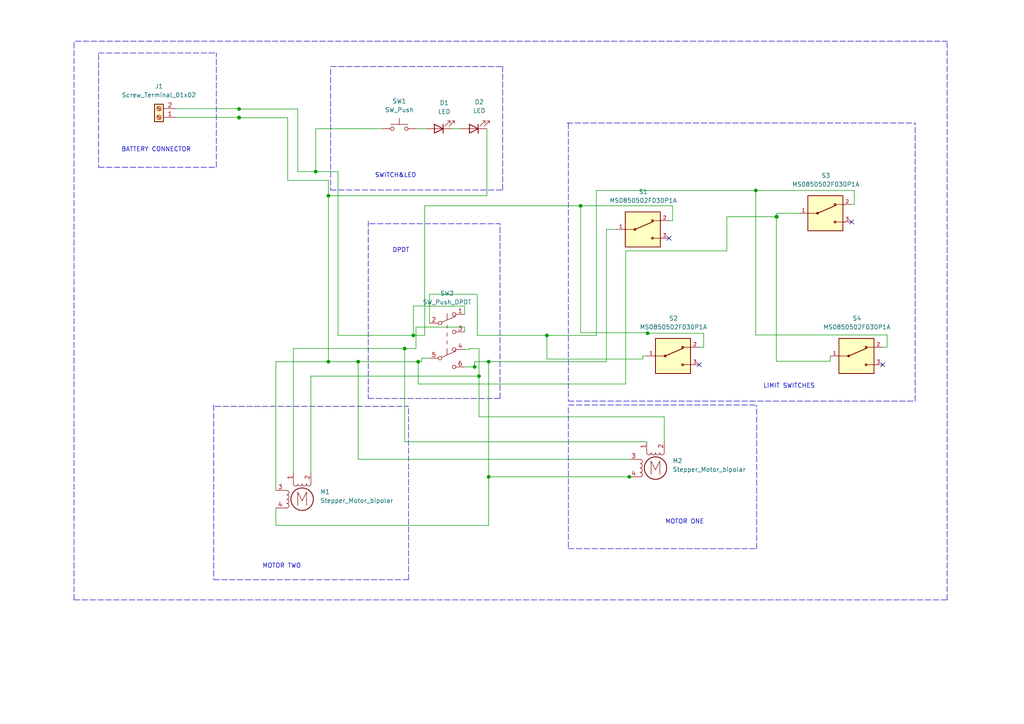
<source format=kicad_sch>
(kicad_sch (version 20211123) (generator eeschema)
  (paper "A4")
  (lib_symbols
    (symbol "Connector:Screw_Terminal_01x02" (pin_names (offset 1.016) hide)
      (property "Reference" "J" (at 0 2.54 0))
      (property "Value" "Screw_Terminal_01x02" (at 0 -5.08 0))
      (symbol "Screw_Terminal_01x02_1_1"
        (rectangle (start -1.27 1.27) (end 1.27 -3.81) (stroke (width 0.254)) (fill (type background)))
        (circle (center 0 -2.54) (radius 0.635) (stroke (width 0.1524)))
        (polyline (pts (xy -0.5334 -2.2098) (xy 0.3302 -3.048)) (stroke (width 0.1524)))
        (polyline (pts (xy -0.5334 0.3302) (xy 0.3302 -0.508)) (stroke (width 0.1524)))
        (polyline (pts (xy -0.3556 -2.032) (xy 0.508 -2.8702)) (stroke (width 0.1524)))
        (polyline (pts (xy -0.3556 0.508) (xy 0.508 -0.3302)) (stroke (width 0.1524)))
        (circle (center 0 0) (radius 0.635) (stroke (width 0.1524)))
        (pin passive line (at -5.08 0 0) (length 3.81) (name "Pin_1") (number "1"))
        (pin passive line (at -5.08 -2.54 0) (length 3.81) (name "Pin_2") (number "2"))
      )
    )
    (symbol "Device:LED" (pin_numbers hide) (pin_names (offset 1.016) hide)
      (property "Reference" "D" (at 0 2.54 0))
      (property "Value" "LED" (at 0 -2.54 0))
      (symbol "LED_0_1"
        (polyline (pts (xy -1.27 -1.27) (xy -1.27 1.27)) (stroke (width 0.254)))
        (polyline (pts (xy -1.27 0) (xy 1.27 0)))
        (polyline (pts (xy 1.27 -1.27) (xy 1.27 1.27) (xy -1.27 0) (xy 1.27 -1.27)) (stroke (width 0.254)))
        (polyline (pts (xy -3.048 -0.762) (xy -4.572 -2.286) (xy -3.81 -2.286) (xy -4.572 -2.286) (xy -4.572 -1.524)))
        (polyline (pts (xy -1.778 -0.762) (xy -3.302 -2.286) (xy -2.54 -2.286) (xy -3.302 -2.286) (xy -3.302 -1.524)))
      )
      (symbol "LED_1_1"
        (pin passive line (at -3.81 0 0) (length 2.54) (name "K") (number "1"))
        (pin passive line (at 3.81 0 180) (length 2.54) (name "A") (number "2"))
      )
    )
    (symbol "MS0850502F030P1A:MS0850502F030P1A" (pin_names (offset 1.016))
      (property "Reference" "S" (at -5.0923 5.6015 0))
      (property "Value" "MS0850502F030P1A" (at -5.0887 -7.633 0))
      (symbol "MS0850502F030P1A_0_0"
        (rectangle (start -5.08 -5.08) (end 5.08 5.08) (stroke (width 0.254)) (fill (type background)))
        (circle (center -2.286 0) (radius 0.254) (stroke (width 0.254)))
        (polyline (pts (xy -2.286 0) (xy -5.334 0)) (stroke (width 0.1524)))
        (polyline (pts (xy -2.286 0) (xy 3.048 2.286)) (stroke (width 0.254)))
        (polyline (pts (xy 3.048 -2.54) (xy 5.588 -2.54)) (stroke (width 0.1524)))
        (polyline (pts (xy 3.048 2.54) (xy 5.588 2.54)) (stroke (width 0.1524)))
        (circle (center 2.794 -2.54) (radius 0.254) (stroke (width 0.254)))
        (circle (center 2.794 2.54) (radius 0.254) (stroke (width 0.254)))
        (pin passive line (at -7.62 0 0) (length 2.54) (name "~") (number "1"))
        (pin passive line (at 7.62 2.54 180) (length 2.54) (name "~") (number "2"))
        (pin passive line (at 7.62 -2.54 180) (length 2.54) (name "~") (number "3"))
      )
    )
    (symbol "Motor:Stepper_Motor_bipolar" (pin_names (offset 0) hide)
      (property "Reference" "M" (at 3.81 2.54 0))
      (property "Value" "Stepper_Motor_bipolar" (at 3.81 1.27 0))
      (symbol "Stepper_Motor_bipolar_0_0"
        (polyline (pts (xy -1.27 -1.778) (xy -1.27 2.032) (xy 0 -0.508) (xy 1.27 2.032) (xy 1.27 -1.778)))
      )
      (symbol "Stepper_Motor_bipolar_0_1"
        (arc (start -4.445 -2.54) (mid -3.81 -1.905) (end -4.445 -1.27))
        (arc (start -4.445 -1.27) (mid -3.81 -0.635) (end -4.445 0))
        (arc (start -4.445 0) (mid -3.81 0.635) (end -4.445 1.27))
        (arc (start -4.445 1.27) (mid -3.81 1.905) (end -4.445 2.54))
        (arc (start -2.54 4.445) (mid -1.905 3.81) (end -1.27 4.445))
        (arc (start -1.27 4.445) (mid -0.635 3.81) (end 0 4.445))
        (polyline (pts (xy -5.08 -2.54) (xy -4.445 -2.54)))
        (polyline (pts (xy -5.08 2.54) (xy -4.445 2.54)))
        (polyline (pts (xy -2.54 5.08) (xy -2.54 4.445)))
        (polyline (pts (xy 2.54 5.08) (xy 2.54 4.445)))
        (circle (center 0 0) (radius 3.2512) (stroke (width 0.254)))
        (arc (start 0 4.445) (mid 0.635 3.81) (end 1.27 4.445))
        (arc (start 1.27 4.445) (mid 1.905 3.81) (end 2.54 4.445))
      )
      (symbol "Stepper_Motor_bipolar_1_1"
        (pin passive line (at -2.54 7.62 270) (length 2.54) (name "~") (number "1"))
        (pin passive line (at 2.54 7.62 270) (length 2.54) (name "-") (number "2"))
        (pin passive line (at -7.62 2.54 0) (length 2.54) (name "~") (number "3"))
        (pin passive line (at -7.62 -2.54 0) (length 2.54) (name "~") (number "4"))
      )
    )
    (symbol "Switch:SW_Push" (pin_numbers hide) (pin_names (offset 1.016) hide)
      (property "Reference" "SW" (at 1.27 2.54 0))
      (property "Value" "SW_Push" (at 0 -1.524 0))
      (symbol "SW_Push_0_1"
        (circle (center -2.032 0) (radius 0.508))
        (polyline (pts (xy 0 1.27) (xy 0 3.048)))
        (polyline (pts (xy 2.54 1.27) (xy -2.54 1.27)))
        (circle (center 2.032 0) (radius 0.508))
        (pin passive line (at -5.08 0 0) (length 2.54) (name "1") (number "1"))
        (pin passive line (at 5.08 0 180) (length 2.54) (name "2") (number "2"))
      )
    )
    (symbol "Switch:SW_Push_DPDT" (pin_names (offset 0) hide)
      (property "Reference" "SW" (at 0 8.89 0))
      (property "Value" "SW_Push_DPDT" (at 0 -10.16 0))
      (symbol "SW_Push_DPDT_0_0"
        (circle (center -2.032 -5.08) (radius 0.508))
        (circle (center -2.032 5.08) (radius 0.508))
        (circle (center 2.032 -7.62) (radius 0.508))
        (circle (center 2.032 2.54) (radius 0.508))
      )
      (symbol "SW_Push_DPDT_0_1"
        (polyline (pts (xy -1.524 -4.826) (xy 2.54 -3.048)))
        (polyline (pts (xy -1.524 5.334) (xy 2.54 7.112)))
        (polyline (pts (xy 0 -2.286) (xy 0 -4.064)))
        (polyline (pts (xy 0 -1.016) (xy 0 0)))
        (polyline (pts (xy 0 1.27) (xy 0 2.286)))
        (polyline (pts (xy 0 3.556) (xy 0 4.572)))
        (polyline (pts (xy 0 7.874) (xy 0 6.096)))
        (circle (center 2.032 -2.54) (radius 0.508))
        (circle (center 2.032 7.62) (radius 0.508))
      )
      (symbol "SW_Push_DPDT_1_1"
        (pin passive line (at 5.08 7.62 180) (length 2.54) (name "A") (number "1"))
        (pin passive line (at -5.08 5.08 0) (length 2.54) (name "B") (number "2"))
        (pin passive line (at 5.08 2.54 180) (length 2.54) (name "C") (number "3"))
        (pin passive line (at 5.08 -2.54 180) (length 2.54) (name "A") (number "4"))
        (pin passive line (at -5.08 -5.08 0) (length 2.54) (name "B") (number "5"))
        (pin passive line (at 5.08 -7.62 180) (length 2.54) (name "C") (number "6"))
      )
    )
  )
  (junction (at 95.25 56.769))
  (junction (at 69.342 34.036))
  (junction (at 119.888 97.282))
  (junction (at 158.623 97.282))
  (junction (at 117.348 101.092))
  (junction (at 141.732 104.902))
  (junction (at 91.567 49.784))
  (junction (at 69.342 31.623))
  (junction (at 141.732 138.303))
  (junction (at 137.668 106.426))
  (junction (at 168.402 59.69))
  (junction (at 219.202 55.245))
  (junction (at 225.298 62.865))
  (junction (at 225.171 62.865))
  (junction (at 187.833 96.647))
  (junction (at 121.285 104.902))
  (junction (at 138.938 109.093))
  (junction (at 95.25 104.902))
  (junction (at 103.886 104.902))
  (junction (at 69.342 34.163))
  (junction (at 182.499 138.303))
  (no_connect (at 256.032 105.791))
  (no_connect (at 202.819 105.791))
  (no_connect (at 247.015 64.389))
  (no_connect (at 194.056 69.088))
  (polyline (pts (xy 21.463 12.319) (xy 21.463 173.99)))
  (wire (pts (xy 86.36 31.623) (xy 86.36 49.784)))
  (wire (pts (xy 138.43 97.282) (xy 158.623 97.282)))
  (wire (pts (xy 168.402 59.69) (xy 123.19 59.69)))
  (polyline (pts (xy 106.807 64.135) (xy 106.807 115.57)))
  (polyline (pts (xy 61.976 117.475) (xy 61.976 168.148)))
  (wire (pts (xy 85.09 101.092) (xy 85.09 137.16)))
  (wire (pts (xy 247.015 59.309) (xy 247.777 59.309)))
  (polyline (pts (xy 164.846 118.237) (xy 164.846 159.131)))
  (polyline (pts (xy 145.796 55.118) (xy 145.796 19.304)))
  (polyline (pts (xy 265.43 116.332) (xy 265.43 35.687)))
  (polyline (pts (xy 28.575 48.514) (xy 62.738 48.514)))
  (wire (pts (xy 91.567 49.784) (xy 91.567 37.338)))
  (wire (pts (xy 90.17 137.16) (xy 90.17 109.093)))
  (wire (pts (xy 131.064 37.338) (xy 133.604 37.338)))
  (wire (pts (xy 210.82 72.771) (xy 210.82 62.865)))
  (wire (pts (xy 257.302 100.711) (xy 256.032 100.711)))
  (wire (pts (xy 172.974 97.282) (xy 172.974 55.245)))
  (polyline (pts (xy 95.885 20.066) (xy 95.885 55.118)))
  (polyline (pts (xy 28.575 15.748) (xy 28.575 48.514)))
  (wire (pts (xy 98.044 49.784) (xy 98.044 97.282)))
  (polyline (pts (xy 95.885 19.304) (xy 145.796 19.304)))
  (polyline (pts (xy 164.846 117.475) (xy 219.456 117.475)))
  (polyline (pts (xy 21.463 173.99) (xy 274.701 173.99)))
  (wire (pts (xy 182.499 138.303) (xy 182.626 138.303)))
  (wire (pts (xy 134.747 106.426) (xy 137.668 106.426)))
  (polyline (pts (xy 21.844 11.938) (xy 274.701 11.938)))
  (wire (pts (xy 168.402 96.52) (xy 168.402 59.69)))
  (polyline (pts (xy 164.846 116.332) (xy 265.43 116.332)))
  (polyline (pts (xy 274.701 173.99) (xy 274.701 11.938)))
  (polyline (pts (xy 145.034 115.57) (xy 145.034 64.897)))
  (wire (pts (xy 168.402 59.69) (xy 195.072 59.69)))
  (wire (pts (xy 134.747 101.346) (xy 136.144 101.346)))
  (wire (pts (xy 195.072 64.008) (xy 194.056 64.008)))
  (wire (pts (xy 247.777 55.245) (xy 247.777 59.309)))
  (wire (pts (xy 219.202 97.155) (xy 257.302 97.155)))
  (wire (pts (xy 91.567 37.338) (xy 110.744 37.338)))
  (wire (pts (xy 210.82 62.865) (xy 225.171 62.865)))
  (wire (pts (xy 117.348 101.092) (xy 117.348 128.143)))
  (wire (pts (xy 141.224 56.769) (xy 141.224 37.338)))
  (wire (pts (xy 90.17 109.093) (xy 138.938 109.093)))
  (wire (pts (xy 95.25 104.902) (xy 103.886 104.902)))
  (wire (pts (xy 120.65 94.869) (xy 134.747 94.869)))
  (wire (pts (xy 119.888 88.773) (xy 119.888 97.282)))
  (wire (pts (xy 51.181 34.036) (xy 69.342 34.036)))
  (wire (pts (xy 103.886 104.902) (xy 103.886 133.223)))
  (wire (pts (xy 120.904 37.338) (xy 123.444 37.338)))
  (wire (pts (xy 187.833 96.52) (xy 187.833 96.647)))
  (wire (pts (xy 123.19 59.69) (xy 123.19 97.282)))
  (polyline (pts (xy 118.491 168.148) (xy 118.491 117.856)))
  (polyline (pts (xy 62.357 117.856) (xy 118.491 117.856)))
  (wire (pts (xy 134.747 94.869) (xy 134.747 96.266)))
  (polyline (pts (xy 61.976 168.148) (xy 118.491 168.148)))
  (wire (pts (xy 136.144 101.346) (xy 136.144 101.092)))
  (wire (pts (xy 141.732 152.4) (xy 141.732 138.303)))
  (wire (pts (xy 138.938 109.093) (xy 138.938 120.904)))
  (wire (pts (xy 219.202 55.245) (xy 247.777 55.245)))
  (wire (pts (xy 192.659 128.143) (xy 192.659 120.904)))
  (wire (pts (xy 69.342 31.496) (xy 69.342 31.623)))
  (polyline (pts (xy 106.807 115.57) (xy 145.034 115.57)))
  (wire (pts (xy 80.01 142.24) (xy 80.01 104.902)))
  (wire (pts (xy 69.342 31.623) (xy 86.36 31.623)))
  (wire (pts (xy 141.732 138.303) (xy 182.499 138.303)))
  (wire (pts (xy 158.623 97.282) (xy 172.974 97.282)))
  (wire (pts (xy 187.833 96.647) (xy 204.089 96.647)))
  (wire (pts (xy 121.285 104.902) (xy 122.301 104.902)))
  (wire (pts (xy 121.285 111.379) (xy 181.483 111.379)))
  (polyline (pts (xy 95.885 55.118) (xy 145.796 55.118)))
  (wire (pts (xy 83.439 34.163) (xy 83.439 52.324)))
  (wire (pts (xy 122.301 104.902) (xy 122.301 103.886)))
  (polyline (pts (xy 164.846 159.131) (xy 219.456 159.131)))
  (wire (pts (xy 204.089 96.647) (xy 204.089 100.711)))
  (polyline (pts (xy 164.846 35.687) (xy 164.846 116.332)))
  (wire (pts (xy 124.587 93.726) (xy 124.587 85.344)))
  (wire (pts (xy 117.348 101.092) (xy 85.09 101.092)))
  (wire (pts (xy 91.567 49.784) (xy 98.044 49.784)))
  (wire (pts (xy 219.202 97.155) (xy 219.202 55.245)))
  (wire (pts (xy 138.938 101.092) (xy 138.938 109.093)))
  (polyline (pts (xy 28.575 15.367) (xy 62.738 15.367)))
  (wire (pts (xy 225.298 61.849) (xy 231.775 61.849)))
  (wire (pts (xy 192.659 120.904) (xy 138.938 120.904)))
  (wire (pts (xy 257.302 97.155) (xy 257.302 100.711)))
  (wire (pts (xy 225.171 62.865) (xy 225.298 62.865)))
  (wire (pts (xy 186.436 103.251) (xy 187.579 103.251)))
  (wire (pts (xy 95.25 52.324) (xy 95.25 56.769)))
  (wire (pts (xy 122.301 103.886) (xy 124.587 103.886)))
  (polyline (pts (xy 62.738 48.514) (xy 62.738 15.367)))
  (wire (pts (xy 51.181 31.496) (xy 69.342 31.496)))
  (wire (pts (xy 186.436 104.14) (xy 186.436 103.251)))
  (wire (pts (xy 158.623 104.14) (xy 158.623 97.282)))
  (wire (pts (xy 225.171 104.775) (xy 225.171 62.865)))
  (wire (pts (xy 69.342 34.036) (xy 69.342 34.163)))
  (wire (pts (xy 138.43 85.344) (xy 138.43 97.282)))
  (wire (pts (xy 117.348 101.092) (xy 120.65 101.092)))
  (wire (pts (xy 225.298 62.865) (xy 225.298 61.849)))
  (wire (pts (xy 69.342 34.163) (xy 83.439 34.163)))
  (wire (pts (xy 124.587 85.344) (xy 138.43 85.344)))
  (polyline (pts (xy 164.465 35.687) (xy 265.43 35.687)))
  (wire (pts (xy 119.888 97.282) (xy 123.19 97.282)))
  (wire (pts (xy 137.668 104.902) (xy 137.668 106.426)))
  (wire (pts (xy 181.483 111.379) (xy 181.483 72.771)))
  (wire (pts (xy 134.747 91.186) (xy 134.747 88.773)))
  (wire (pts (xy 168.402 96.52) (xy 187.833 96.52)))
  (wire (pts (xy 119.888 88.773) (xy 134.747 88.773)))
  (wire (pts (xy 80.01 147.32) (xy 80.01 152.4)))
  (wire (pts (xy 137.668 106.426) (xy 137.668 106.553)))
  (wire (pts (xy 136.144 101.092) (xy 138.938 101.092)))
  (polyline (pts (xy 107.188 64.897) (xy 145.034 64.897)))
  (wire (pts (xy 195.072 59.69) (xy 195.072 64.008)))
  (wire (pts (xy 175.895 66.548) (xy 178.816 66.548)))
  (wire (pts (xy 172.974 55.245) (xy 219.202 55.245)))
  (wire (pts (xy 86.36 49.784) (xy 91.567 49.784)))
  (wire (pts (xy 158.623 104.14) (xy 186.436 104.14)))
  (wire (pts (xy 103.886 104.902) (xy 121.285 104.902)))
  (polyline (pts (xy 219.456 159.131) (xy 219.456 117.475)))
  (wire (pts (xy 141.732 104.902) (xy 175.895 104.902)))
  (wire (pts (xy 175.895 66.548) (xy 175.895 104.902)))
  (wire (pts (xy 120.65 101.092) (xy 120.65 94.869)))
  (wire (pts (xy 95.25 56.769) (xy 95.25 104.902)))
  (wire (pts (xy 141.732 138.303) (xy 141.732 104.902)))
  (wire (pts (xy 95.25 56.769) (xy 141.224 56.769)))
  (wire (pts (xy 80.01 104.902) (xy 95.25 104.902)))
  (wire (pts (xy 181.483 72.771) (xy 210.82 72.771)))
  (wire (pts (xy 182.499 133.223) (xy 103.886 133.223)))
  (wire (pts (xy 137.668 104.902) (xy 141.732 104.902)))
  (wire (pts (xy 83.439 52.324) (xy 95.25 52.324)))
  (wire (pts (xy 117.348 128.143) (xy 187.579 128.143)))
  (wire (pts (xy 202.819 100.711) (xy 204.089 100.711)))
  (wire (pts (xy 80.01 152.4) (xy 141.732 152.4)))
  (wire (pts (xy 240.792 103.251) (xy 240.792 104.775)))
  (wire (pts (xy 121.285 111.379) (xy 121.285 104.902)))
  (wire (pts (xy 98.044 97.282) (xy 119.888 97.282)))
  (wire (pts (xy 225.171 104.775) (xy 240.792 104.775)))
  (text "DPDT" (at 113.792 73.406 0) (effects (font (size 1.27 1.27)) (justify left bottom)))
  (text "SWITCH&LED" (at 108.712 51.689 0) (effects (font (size 1.27 1.27)) (justify left bottom)))
  (text "MOTOR TWO" (at 76.073 164.973 0) (effects (font (size 1.27 1.27)) (justify left bottom)))
  (text "MOTOR ONE" (at 192.913 152.146 0) (effects (font (size 1.27 1.27)) (justify left bottom)))
  (text "LIMIT SWITCHES" (at 221.361 112.776 0) (effects (font (size 1.27 1.27)) (justify left bottom)))
  (text "BATTERY CONNECTOR" (at 35.179 44.196 0) (effects (font (size 1.27 1.27)) (justify left bottom)))
  (symbol (lib_id "MS0850502F030P1A:MS0850502F030P1A") (at 239.395 61.849 0) (unit 1)
    (property "Reference" "S3" (at 239.522 50.927 0))
    (property "Value" "MS0850502F030P1A" (at 239.522 53.467 0))
    (property "Footprint" "MS0850502F030P1A:SW_MS0850502F030P1A" (effects hide))
    (property "MF" "E-Switch" (effects hide))
    (property "Description" "\nSnap Action Switch, SPDT, ON-MOM, MS Series, Straight Lever, 5A, 125VAC, PC Pin | E-Switch MS0850502F030P1A\n" (effects hide))
    (property "Package" "None" (effects hide))
    (property "Price" "None" (effects hide))
    (property "Check_prices" "https://www.snapeda.com/parts/MS0850502F030P1A/E-Switch/view-part/?ref=eda" (effects hide))
    (property "SnapEDA_Link" "https://www.snapeda.com/parts/MS0850502F030P1A/E-Switch/view-part/?ref=snap" (effects hide))
    (property "MP" "MS0850502F030P1A" (effects hide))
    (property "Purchase-URL" "https://www.snapeda.com/api/url_track_click_mouser/?unipart_id=1129959&manufacturer=E-Switch&part_name=MS0850502F030P1A&search_term=None" (effects hide))
    (property "Availability" "In Stock" (effects hide))
    (property "MANUFACTURER" "E-SWITCH" (effects hide))
  )
  (symbol (lib_id "MS0850502F030P1A:MS0850502F030P1A") (at 248.412 103.251 0) (unit 1)
    (property "Reference" "S4" (at 248.539 92.329 0))
    (property "Value" "MS0850502F030P1A" (at 248.539 94.869 0))
    (property "Footprint" "MS0850502F030P1A:SW_MS0850502F030P1A" (effects hide))
    (property "MF" "E-Switch" (effects hide))
    (property "Description" "\nSnap Action Switch, SPDT, ON-MOM, MS Series, Straight Lever, 5A, 125VAC, PC Pin | E-Switch MS0850502F030P1A\n" (effects hide))
    (property "Package" "None" (effects hide))
    (property "Price" "None" (effects hide))
    (property "Check_prices" "https://www.snapeda.com/parts/MS0850502F030P1A/E-Switch/view-part/?ref=eda" (effects hide))
    (property "SnapEDA_Link" "https://www.snapeda.com/parts/MS0850502F030P1A/E-Switch/view-part/?ref=snap" (effects hide))
    (property "MP" "MS0850502F030P1A" (effects hide))
    (property "Purchase-URL" "https://www.snapeda.com/api/url_track_click_mouser/?unipart_id=1129959&manufacturer=E-Switch&part_name=MS0850502F030P1A&search_term=None" (effects hide))
    (property "Availability" "In Stock" (effects hide))
    (property "MANUFACTURER" "E-SWITCH" (effects hide))
  )
  (symbol (lib_id "Device:LED") (at 127.254 37.338 180) (unit 1)
    (property "Reference" "D1" (at 128.8415 29.845 0))
    (property "Value" "LED" (at 128.8415 32.385 0))
    (property "Footprint" "LED_THT:LED_D3.0mm_Clear" (effects hide))
  )
  (symbol (lib_id "Switch:SW_Push") (at 115.824 37.338 0) (unit 1)
    (property "Reference" "SW1" (at 115.824 29.337 0))
    (property "Value" "SW_Push" (at 115.824 31.877 0))
    (property "Footprint" "Button_Switch_THT:SW_PUSH_6mm" (effects hide))
  )
  (symbol (lib_id "MS0850502F030P1A:MS0850502F030P1A") (at 186.436 66.548 0) (unit 1)
    (property "Reference" "S1" (at 186.563 55.626 0))
    (property "Value" "MS0850502F030P1A" (at 186.563 58.166 0))
    (property "Footprint" "MS0850502F030P1A:SW_MS0850502F030P1A" (effects hide))
    (property "MF" "E-Switch" (effects hide))
    (property "Description" "\nSnap Action Switch, SPDT, ON-MOM, MS Series, Straight Lever, 5A, 125VAC, PC Pin | E-Switch MS0850502F030P1A\n" (effects hide))
    (property "Package" "None" (effects hide))
    (property "Price" "None" (effects hide))
    (property "Check_prices" "https://www.snapeda.com/parts/MS0850502F030P1A/E-Switch/view-part/?ref=eda" (effects hide))
    (property "SnapEDA_Link" "https://www.snapeda.com/parts/MS0850502F030P1A/E-Switch/view-part/?ref=snap" (effects hide))
    (property "MP" "MS0850502F030P1A" (effects hide))
    (property "Purchase-URL" "https://www.snapeda.com/api/url_track_click_mouser/?unipart_id=1129959&manufacturer=E-Switch&part_name=MS0850502F030P1A&search_term=None" (effects hide))
    (property "Availability" "In Stock" (effects hide))
    (property "MANUFACTURER" "E-SWITCH" (effects hide))
  )
  (symbol (lib_id "Switch:SW_Push_DPDT") (at 129.667 98.806 0) (unit 1)
    (property "Reference" "SW2" (at 129.667 85.09 0))
    (property "Value" "SW_Push_DPDT" (at 129.667 87.63 0))
    (property "Footprint" "Button_Switch_THT:SW_E-Switch_EG2219_DPDT_Angled" (effects hide))
  )
  (symbol (lib_id "Motor:Stepper_Motor_bipolar") (at 87.63 144.78 0) (unit 1)
    (property "Reference" "M1" (at 92.837 142.659 0) (effects (justify left)))
    (property "Value" "Stepper_Motor_bipolar" (at 92.837 145.199 0) (effects (justify left)))
    (property "Footprint" "TerminalBlock_MetzConnect:TerminalBlock_MetzConnect_Type059_RT06304HBWC_1x04_P3.50mm_Horizontal" (effects hide))
    (property "Datasheet" "http://www.infineon.com/dgdl/Application-Note-TLE8110EE_driving_UniPolarStepperMotor_V1.1.pdf?fileId=db3a30431be39b97011be5d0aa0a00b0" (effects hide))
  )
  (symbol (lib_id "Connector:Screw_Terminal_01x02") (at 46.101 34.036 180) (unit 1)
    (property "Reference" "J1" (at 46.101 25.019 0))
    (property "Value" "Screw_Terminal_01x02" (at 46.101 27.559 0))
    (property "Footprint" "TerminalBlock_Phoenix:TerminalBlock_Phoenix_MKDS-3-2-5.08_1x02_P5.08mm_Horizontal" (effects hide))
  )
  (symbol (lib_id "Device:LED") (at 137.414 37.338 180) (unit 1)
    (property "Reference" "D2" (at 139.0015 29.591 0))
    (property "Value" "LED" (at 139.0015 32.131 0))
    (property "Footprint" "LED_THT:LED_D3.0mm_Clear" (effects hide))
  )
  (symbol (lib_id "MS0850502F030P1A:MS0850502F030P1A") (at 195.199 103.251 0) (unit 1)
    (property "Reference" "S2" (at 195.326 92.329 0))
    (property "Value" "MS0850502F030P1A" (at 195.326 94.869 0))
    (property "Footprint" "MS0850502F030P1A:SW_MS0850502F030P1A" (effects hide))
    (property "MF" "E-Switch" (effects hide))
    (property "Description" "\nSnap Action Switch, SPDT, ON-MOM, MS Series, Straight Lever, 5A, 125VAC, PC Pin | E-Switch MS0850502F030P1A\n" (effects hide))
    (property "Package" "None" (effects hide))
    (property "Price" "None" (effects hide))
    (property "Check_prices" "https://www.snapeda.com/parts/MS0850502F030P1A/E-Switch/view-part/?ref=eda" (effects hide))
    (property "SnapEDA_Link" "https://www.snapeda.com/parts/MS0850502F030P1A/E-Switch/view-part/?ref=snap" (effects hide))
    (property "MP" "MS0850502F030P1A" (effects hide))
    (property "Purchase-URL" "https://www.snapeda.com/api/url_track_click_mouser/?unipart_id=1129959&manufacturer=E-Switch&part_name=MS0850502F030P1A&search_term=None" (effects hide))
    (property "Availability" "In Stock" (effects hide))
    (property "MANUFACTURER" "E-SWITCH" (effects hide))
  )
  (symbol (lib_id "Motor:Stepper_Motor_bipolar") (at 190.119 135.763 0) (unit 1)
    (property "Reference" "M2" (at 195.072 133.642 0) (effects (justify left)))
    (property "Value" "Stepper_Motor_bipolar" (at 195.072 136.182 0) (effects (justify left)))
    (property "Footprint" "TerminalBlock_MetzConnect:TerminalBlock_MetzConnect_Type059_RT06304HBWC_1x04_P3.50mm_Horizontal" (effects hide))
    (property "Datasheet" "http://www.infineon.com/dgdl/Application-Note-TLE8110EE_driving_UniPolarStepperMotor_V1.1.pdf?fileId=db3a30431be39b97011be5d0aa0a00b0" (effects hide))
  )
)
</source>
